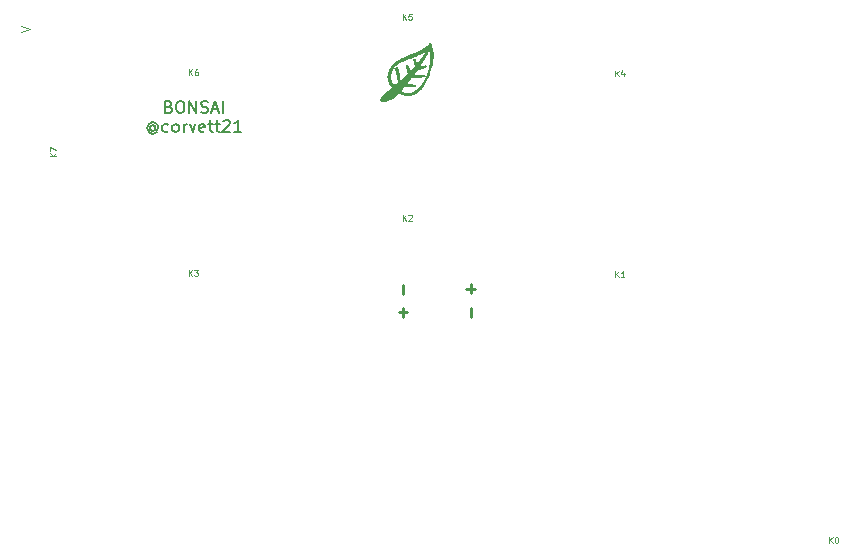
<source format=gbr>
%TF.GenerationSoftware,KiCad,Pcbnew,8.0.2*%
%TF.CreationDate,2024-07-05T21:54:23-05:00*%
%TF.ProjectId,bonsai,626f6e73-6169-42e6-9b69-6361645f7063,v1*%
%TF.SameCoordinates,Original*%
%TF.FileFunction,Legend,Top*%
%TF.FilePolarity,Positive*%
%FSLAX46Y46*%
G04 Gerber Fmt 4.6, Leading zero omitted, Abs format (unit mm)*
G04 Created by KiCad (PCBNEW 8.0.2) date 2024-07-05 21:54:23*
%MOMM*%
%LPD*%
G01*
G04 APERTURE LIST*
%ADD10C,0.250000*%
%ADD11C,0.100000*%
%ADD12C,0.125000*%
%ADD13C,0.150000*%
%ADD14C,0.000000*%
G04 APERTURE END LIST*
D10*
X64447431Y-51008666D02*
X63685527Y-51008666D01*
X64066479Y-51389619D02*
X64066479Y-50627714D01*
X64083666Y-52602568D02*
X64083666Y-53364473D01*
D11*
X25978884Y-28730752D02*
X26740789Y-29016466D01*
X26740789Y-29016466D02*
X25978884Y-29302180D01*
D12*
X40201283Y-49932309D02*
X40201283Y-49432309D01*
X40486997Y-49932309D02*
X40272712Y-49646595D01*
X40486997Y-49432309D02*
X40201283Y-49718023D01*
X40653664Y-49432309D02*
X40963188Y-49432309D01*
X40963188Y-49432309D02*
X40796521Y-49622785D01*
X40796521Y-49622785D02*
X40867950Y-49622785D01*
X40867950Y-49622785D02*
X40915569Y-49646595D01*
X40915569Y-49646595D02*
X40939378Y-49670404D01*
X40939378Y-49670404D02*
X40963188Y-49718023D01*
X40963188Y-49718023D02*
X40963188Y-49837071D01*
X40963188Y-49837071D02*
X40939378Y-49884690D01*
X40939378Y-49884690D02*
X40915569Y-49908500D01*
X40915569Y-49908500D02*
X40867950Y-49932309D01*
X40867950Y-49932309D02*
X40725093Y-49932309D01*
X40725093Y-49932309D02*
X40677474Y-49908500D01*
X40677474Y-49908500D02*
X40653664Y-49884690D01*
D10*
X58697431Y-52983666D02*
X57935527Y-52983666D01*
X58316479Y-53364619D02*
X58316479Y-52602714D01*
X58333666Y-50652568D02*
X58333666Y-51414473D01*
D12*
X94401283Y-72532309D02*
X94401283Y-72032309D01*
X94686997Y-72532309D02*
X94472712Y-72246595D01*
X94686997Y-72032309D02*
X94401283Y-72318023D01*
X94996521Y-72032309D02*
X95044140Y-72032309D01*
X95044140Y-72032309D02*
X95091759Y-72056119D01*
X95091759Y-72056119D02*
X95115569Y-72079928D01*
X95115569Y-72079928D02*
X95139378Y-72127547D01*
X95139378Y-72127547D02*
X95163188Y-72222785D01*
X95163188Y-72222785D02*
X95163188Y-72341833D01*
X95163188Y-72341833D02*
X95139378Y-72437071D01*
X95139378Y-72437071D02*
X95115569Y-72484690D01*
X95115569Y-72484690D02*
X95091759Y-72508500D01*
X95091759Y-72508500D02*
X95044140Y-72532309D01*
X95044140Y-72532309D02*
X94996521Y-72532309D01*
X94996521Y-72532309D02*
X94948902Y-72508500D01*
X94948902Y-72508500D02*
X94925093Y-72484690D01*
X94925093Y-72484690D02*
X94901283Y-72437071D01*
X94901283Y-72437071D02*
X94877474Y-72341833D01*
X94877474Y-72341833D02*
X94877474Y-72222785D01*
X94877474Y-72222785D02*
X94901283Y-72127547D01*
X94901283Y-72127547D02*
X94925093Y-72079928D01*
X94925093Y-72079928D02*
X94948902Y-72056119D01*
X94948902Y-72056119D02*
X94996521Y-72032309D01*
X76301283Y-50032309D02*
X76301283Y-49532309D01*
X76586997Y-50032309D02*
X76372712Y-49746595D01*
X76586997Y-49532309D02*
X76301283Y-49818023D01*
X77063188Y-50032309D02*
X76777474Y-50032309D01*
X76920331Y-50032309D02*
X76920331Y-49532309D01*
X76920331Y-49532309D02*
X76872712Y-49603738D01*
X76872712Y-49603738D02*
X76825093Y-49651357D01*
X76825093Y-49651357D02*
X76777474Y-49675166D01*
D13*
X38505952Y-35586065D02*
X38648809Y-35633684D01*
X38648809Y-35633684D02*
X38696428Y-35681303D01*
X38696428Y-35681303D02*
X38744047Y-35776541D01*
X38744047Y-35776541D02*
X38744047Y-35919398D01*
X38744047Y-35919398D02*
X38696428Y-36014636D01*
X38696428Y-36014636D02*
X38648809Y-36062256D01*
X38648809Y-36062256D02*
X38553571Y-36109875D01*
X38553571Y-36109875D02*
X38172619Y-36109875D01*
X38172619Y-36109875D02*
X38172619Y-35109875D01*
X38172619Y-35109875D02*
X38505952Y-35109875D01*
X38505952Y-35109875D02*
X38601190Y-35157494D01*
X38601190Y-35157494D02*
X38648809Y-35205113D01*
X38648809Y-35205113D02*
X38696428Y-35300351D01*
X38696428Y-35300351D02*
X38696428Y-35395589D01*
X38696428Y-35395589D02*
X38648809Y-35490827D01*
X38648809Y-35490827D02*
X38601190Y-35538446D01*
X38601190Y-35538446D02*
X38505952Y-35586065D01*
X38505952Y-35586065D02*
X38172619Y-35586065D01*
X39363095Y-35109875D02*
X39553571Y-35109875D01*
X39553571Y-35109875D02*
X39648809Y-35157494D01*
X39648809Y-35157494D02*
X39744047Y-35252732D01*
X39744047Y-35252732D02*
X39791666Y-35443208D01*
X39791666Y-35443208D02*
X39791666Y-35776541D01*
X39791666Y-35776541D02*
X39744047Y-35967017D01*
X39744047Y-35967017D02*
X39648809Y-36062256D01*
X39648809Y-36062256D02*
X39553571Y-36109875D01*
X39553571Y-36109875D02*
X39363095Y-36109875D01*
X39363095Y-36109875D02*
X39267857Y-36062256D01*
X39267857Y-36062256D02*
X39172619Y-35967017D01*
X39172619Y-35967017D02*
X39125000Y-35776541D01*
X39125000Y-35776541D02*
X39125000Y-35443208D01*
X39125000Y-35443208D02*
X39172619Y-35252732D01*
X39172619Y-35252732D02*
X39267857Y-35157494D01*
X39267857Y-35157494D02*
X39363095Y-35109875D01*
X40220238Y-36109875D02*
X40220238Y-35109875D01*
X40220238Y-35109875D02*
X40791666Y-36109875D01*
X40791666Y-36109875D02*
X40791666Y-35109875D01*
X41220238Y-36062256D02*
X41363095Y-36109875D01*
X41363095Y-36109875D02*
X41601190Y-36109875D01*
X41601190Y-36109875D02*
X41696428Y-36062256D01*
X41696428Y-36062256D02*
X41744047Y-36014636D01*
X41744047Y-36014636D02*
X41791666Y-35919398D01*
X41791666Y-35919398D02*
X41791666Y-35824160D01*
X41791666Y-35824160D02*
X41744047Y-35728922D01*
X41744047Y-35728922D02*
X41696428Y-35681303D01*
X41696428Y-35681303D02*
X41601190Y-35633684D01*
X41601190Y-35633684D02*
X41410714Y-35586065D01*
X41410714Y-35586065D02*
X41315476Y-35538446D01*
X41315476Y-35538446D02*
X41267857Y-35490827D01*
X41267857Y-35490827D02*
X41220238Y-35395589D01*
X41220238Y-35395589D02*
X41220238Y-35300351D01*
X41220238Y-35300351D02*
X41267857Y-35205113D01*
X41267857Y-35205113D02*
X41315476Y-35157494D01*
X41315476Y-35157494D02*
X41410714Y-35109875D01*
X41410714Y-35109875D02*
X41648809Y-35109875D01*
X41648809Y-35109875D02*
X41791666Y-35157494D01*
X42172619Y-35824160D02*
X42648809Y-35824160D01*
X42077381Y-36109875D02*
X42410714Y-35109875D01*
X42410714Y-35109875D02*
X42744047Y-36109875D01*
X43077381Y-36109875D02*
X43077381Y-35109875D01*
X37315475Y-37243628D02*
X37267856Y-37196009D01*
X37267856Y-37196009D02*
X37172618Y-37148390D01*
X37172618Y-37148390D02*
X37077380Y-37148390D01*
X37077380Y-37148390D02*
X36982142Y-37196009D01*
X36982142Y-37196009D02*
X36934523Y-37243628D01*
X36934523Y-37243628D02*
X36886904Y-37338866D01*
X36886904Y-37338866D02*
X36886904Y-37434104D01*
X36886904Y-37434104D02*
X36934523Y-37529342D01*
X36934523Y-37529342D02*
X36982142Y-37576961D01*
X36982142Y-37576961D02*
X37077380Y-37624580D01*
X37077380Y-37624580D02*
X37172618Y-37624580D01*
X37172618Y-37624580D02*
X37267856Y-37576961D01*
X37267856Y-37576961D02*
X37315475Y-37529342D01*
X37315475Y-37148390D02*
X37315475Y-37529342D01*
X37315475Y-37529342D02*
X37363094Y-37576961D01*
X37363094Y-37576961D02*
X37410713Y-37576961D01*
X37410713Y-37576961D02*
X37505952Y-37529342D01*
X37505952Y-37529342D02*
X37553571Y-37434104D01*
X37553571Y-37434104D02*
X37553571Y-37196009D01*
X37553571Y-37196009D02*
X37458333Y-37053152D01*
X37458333Y-37053152D02*
X37315475Y-36957914D01*
X37315475Y-36957914D02*
X37124999Y-36910295D01*
X37124999Y-36910295D02*
X36934523Y-36957914D01*
X36934523Y-36957914D02*
X36791666Y-37053152D01*
X36791666Y-37053152D02*
X36696428Y-37196009D01*
X36696428Y-37196009D02*
X36648809Y-37386485D01*
X36648809Y-37386485D02*
X36696428Y-37576961D01*
X36696428Y-37576961D02*
X36791666Y-37719819D01*
X36791666Y-37719819D02*
X36934523Y-37815057D01*
X36934523Y-37815057D02*
X37124999Y-37862676D01*
X37124999Y-37862676D02*
X37315475Y-37815057D01*
X37315475Y-37815057D02*
X37458333Y-37719819D01*
X38410713Y-37672200D02*
X38315475Y-37719819D01*
X38315475Y-37719819D02*
X38124999Y-37719819D01*
X38124999Y-37719819D02*
X38029761Y-37672200D01*
X38029761Y-37672200D02*
X37982142Y-37624580D01*
X37982142Y-37624580D02*
X37934523Y-37529342D01*
X37934523Y-37529342D02*
X37934523Y-37243628D01*
X37934523Y-37243628D02*
X37982142Y-37148390D01*
X37982142Y-37148390D02*
X38029761Y-37100771D01*
X38029761Y-37100771D02*
X38124999Y-37053152D01*
X38124999Y-37053152D02*
X38315475Y-37053152D01*
X38315475Y-37053152D02*
X38410713Y-37100771D01*
X38982142Y-37719819D02*
X38886904Y-37672200D01*
X38886904Y-37672200D02*
X38839285Y-37624580D01*
X38839285Y-37624580D02*
X38791666Y-37529342D01*
X38791666Y-37529342D02*
X38791666Y-37243628D01*
X38791666Y-37243628D02*
X38839285Y-37148390D01*
X38839285Y-37148390D02*
X38886904Y-37100771D01*
X38886904Y-37100771D02*
X38982142Y-37053152D01*
X38982142Y-37053152D02*
X39124999Y-37053152D01*
X39124999Y-37053152D02*
X39220237Y-37100771D01*
X39220237Y-37100771D02*
X39267856Y-37148390D01*
X39267856Y-37148390D02*
X39315475Y-37243628D01*
X39315475Y-37243628D02*
X39315475Y-37529342D01*
X39315475Y-37529342D02*
X39267856Y-37624580D01*
X39267856Y-37624580D02*
X39220237Y-37672200D01*
X39220237Y-37672200D02*
X39124999Y-37719819D01*
X39124999Y-37719819D02*
X38982142Y-37719819D01*
X39744047Y-37719819D02*
X39744047Y-37053152D01*
X39744047Y-37243628D02*
X39791666Y-37148390D01*
X39791666Y-37148390D02*
X39839285Y-37100771D01*
X39839285Y-37100771D02*
X39934523Y-37053152D01*
X39934523Y-37053152D02*
X40029761Y-37053152D01*
X40267857Y-37053152D02*
X40505952Y-37719819D01*
X40505952Y-37719819D02*
X40744047Y-37053152D01*
X41505952Y-37672200D02*
X41410714Y-37719819D01*
X41410714Y-37719819D02*
X41220238Y-37719819D01*
X41220238Y-37719819D02*
X41125000Y-37672200D01*
X41125000Y-37672200D02*
X41077381Y-37576961D01*
X41077381Y-37576961D02*
X41077381Y-37196009D01*
X41077381Y-37196009D02*
X41125000Y-37100771D01*
X41125000Y-37100771D02*
X41220238Y-37053152D01*
X41220238Y-37053152D02*
X41410714Y-37053152D01*
X41410714Y-37053152D02*
X41505952Y-37100771D01*
X41505952Y-37100771D02*
X41553571Y-37196009D01*
X41553571Y-37196009D02*
X41553571Y-37291247D01*
X41553571Y-37291247D02*
X41077381Y-37386485D01*
X41839286Y-37053152D02*
X42220238Y-37053152D01*
X41982143Y-36719819D02*
X41982143Y-37576961D01*
X41982143Y-37576961D02*
X42029762Y-37672200D01*
X42029762Y-37672200D02*
X42125000Y-37719819D01*
X42125000Y-37719819D02*
X42220238Y-37719819D01*
X42410715Y-37053152D02*
X42791667Y-37053152D01*
X42553572Y-36719819D02*
X42553572Y-37576961D01*
X42553572Y-37576961D02*
X42601191Y-37672200D01*
X42601191Y-37672200D02*
X42696429Y-37719819D01*
X42696429Y-37719819D02*
X42791667Y-37719819D01*
X43077382Y-36815057D02*
X43125001Y-36767438D01*
X43125001Y-36767438D02*
X43220239Y-36719819D01*
X43220239Y-36719819D02*
X43458334Y-36719819D01*
X43458334Y-36719819D02*
X43553572Y-36767438D01*
X43553572Y-36767438D02*
X43601191Y-36815057D01*
X43601191Y-36815057D02*
X43648810Y-36910295D01*
X43648810Y-36910295D02*
X43648810Y-37005533D01*
X43648810Y-37005533D02*
X43601191Y-37148390D01*
X43601191Y-37148390D02*
X43029763Y-37719819D01*
X43029763Y-37719819D02*
X43648810Y-37719819D01*
X44601191Y-37719819D02*
X44029763Y-37719819D01*
X44315477Y-37719819D02*
X44315477Y-36719819D01*
X44315477Y-36719819D02*
X44220239Y-36862676D01*
X44220239Y-36862676D02*
X44125001Y-36957914D01*
X44125001Y-36957914D02*
X44029763Y-37005533D01*
D12*
X58301283Y-28232309D02*
X58301283Y-27732309D01*
X58586997Y-28232309D02*
X58372712Y-27946595D01*
X58586997Y-27732309D02*
X58301283Y-28018023D01*
X59039378Y-27732309D02*
X58801283Y-27732309D01*
X58801283Y-27732309D02*
X58777474Y-27970404D01*
X58777474Y-27970404D02*
X58801283Y-27946595D01*
X58801283Y-27946595D02*
X58848902Y-27922785D01*
X58848902Y-27922785D02*
X58967950Y-27922785D01*
X58967950Y-27922785D02*
X59015569Y-27946595D01*
X59015569Y-27946595D02*
X59039378Y-27970404D01*
X59039378Y-27970404D02*
X59063188Y-28018023D01*
X59063188Y-28018023D02*
X59063188Y-28137071D01*
X59063188Y-28137071D02*
X59039378Y-28184690D01*
X59039378Y-28184690D02*
X59015569Y-28208500D01*
X59015569Y-28208500D02*
X58967950Y-28232309D01*
X58967950Y-28232309D02*
X58848902Y-28232309D01*
X58848902Y-28232309D02*
X58801283Y-28208500D01*
X58801283Y-28208500D02*
X58777474Y-28184690D01*
X58301283Y-45232309D02*
X58301283Y-44732309D01*
X58586997Y-45232309D02*
X58372712Y-44946595D01*
X58586997Y-44732309D02*
X58301283Y-45018023D01*
X58777474Y-44779928D02*
X58801283Y-44756119D01*
X58801283Y-44756119D02*
X58848902Y-44732309D01*
X58848902Y-44732309D02*
X58967950Y-44732309D01*
X58967950Y-44732309D02*
X59015569Y-44756119D01*
X59015569Y-44756119D02*
X59039378Y-44779928D01*
X59039378Y-44779928D02*
X59063188Y-44827547D01*
X59063188Y-44827547D02*
X59063188Y-44875166D01*
X59063188Y-44875166D02*
X59039378Y-44946595D01*
X59039378Y-44946595D02*
X58753664Y-45232309D01*
X58753664Y-45232309D02*
X59063188Y-45232309D01*
X40201283Y-32932309D02*
X40201283Y-32432309D01*
X40486997Y-32932309D02*
X40272712Y-32646595D01*
X40486997Y-32432309D02*
X40201283Y-32718023D01*
X40915569Y-32432309D02*
X40820331Y-32432309D01*
X40820331Y-32432309D02*
X40772712Y-32456119D01*
X40772712Y-32456119D02*
X40748902Y-32479928D01*
X40748902Y-32479928D02*
X40701283Y-32551357D01*
X40701283Y-32551357D02*
X40677474Y-32646595D01*
X40677474Y-32646595D02*
X40677474Y-32837071D01*
X40677474Y-32837071D02*
X40701283Y-32884690D01*
X40701283Y-32884690D02*
X40725093Y-32908500D01*
X40725093Y-32908500D02*
X40772712Y-32932309D01*
X40772712Y-32932309D02*
X40867950Y-32932309D01*
X40867950Y-32932309D02*
X40915569Y-32908500D01*
X40915569Y-32908500D02*
X40939378Y-32884690D01*
X40939378Y-32884690D02*
X40963188Y-32837071D01*
X40963188Y-32837071D02*
X40963188Y-32718023D01*
X40963188Y-32718023D02*
X40939378Y-32670404D01*
X40939378Y-32670404D02*
X40915569Y-32646595D01*
X40915569Y-32646595D02*
X40867950Y-32622785D01*
X40867950Y-32622785D02*
X40772712Y-32622785D01*
X40772712Y-32622785D02*
X40725093Y-32646595D01*
X40725093Y-32646595D02*
X40701283Y-32670404D01*
X40701283Y-32670404D02*
X40677474Y-32718023D01*
X28932309Y-39798716D02*
X28432309Y-39798716D01*
X28932309Y-39513002D02*
X28646595Y-39727287D01*
X28432309Y-39513002D02*
X28718023Y-39798716D01*
X28432309Y-39346335D02*
X28432309Y-39013002D01*
X28432309Y-39013002D02*
X28932309Y-39227287D01*
X76301283Y-33032309D02*
X76301283Y-32532309D01*
X76586997Y-33032309D02*
X76372712Y-32746595D01*
X76586997Y-32532309D02*
X76301283Y-32818023D01*
X77015569Y-32698976D02*
X77015569Y-33032309D01*
X76896521Y-32508500D02*
X76777474Y-32865642D01*
X76777474Y-32865642D02*
X77086997Y-32865642D01*
D14*
%TO.C,G\u002A\u002A\u002A*%
G36*
X60632782Y-30182952D02*
G01*
X60645586Y-30192248D01*
X60664923Y-30204992D01*
X60686482Y-30213679D01*
X60690505Y-30214588D01*
X60719116Y-30225049D01*
X60738710Y-30243369D01*
X60748585Y-30268067D01*
X60748034Y-30297662D01*
X60740978Y-30320716D01*
X60736630Y-30332280D01*
X60735220Y-30342224D01*
X60737314Y-30353861D01*
X60743474Y-30370500D01*
X60753340Y-30393353D01*
X60796654Y-30504306D01*
X60833355Y-30624578D01*
X60863129Y-30752690D01*
X60885666Y-30887161D01*
X60900652Y-31026513D01*
X60906164Y-31118223D01*
X60908196Y-31295194D01*
X60899893Y-31478352D01*
X60881397Y-31667060D01*
X60852849Y-31860683D01*
X60814393Y-32058585D01*
X60766169Y-32260129D01*
X60708321Y-32464680D01*
X60640990Y-32671601D01*
X60564318Y-32880257D01*
X60478447Y-33090010D01*
X60452504Y-33149462D01*
X60369880Y-33327135D01*
X60283536Y-33495130D01*
X60193690Y-33653157D01*
X60100562Y-33800928D01*
X60004370Y-33938155D01*
X59905332Y-34064549D01*
X59803666Y-34179821D01*
X59699592Y-34283684D01*
X59593328Y-34375848D01*
X59485092Y-34456026D01*
X59440819Y-34484975D01*
X59329189Y-34548130D01*
X59214336Y-34599272D01*
X59096517Y-34638396D01*
X58975989Y-34665500D01*
X58853007Y-34680578D01*
X58727827Y-34683628D01*
X58600707Y-34674644D01*
X58471903Y-34653624D01*
X58341670Y-34620563D01*
X58210266Y-34575457D01*
X58077946Y-34518303D01*
X58052978Y-34506207D01*
X57977959Y-34469240D01*
X57868207Y-34577055D01*
X57832631Y-34611551D01*
X57795098Y-34647162D01*
X57758075Y-34681600D01*
X57724033Y-34712574D01*
X57695441Y-34737798D01*
X57686912Y-34745068D01*
X57566594Y-34840420D01*
X57446711Y-34923525D01*
X57326810Y-34994608D01*
X57206443Y-35053894D01*
X57085160Y-35101608D01*
X56962509Y-35137974D01*
X56855808Y-35160309D01*
X56829287Y-35163768D01*
X56794233Y-35166809D01*
X56753133Y-35169365D01*
X56708472Y-35171369D01*
X56662738Y-35172752D01*
X56618416Y-35173448D01*
X56577993Y-35173390D01*
X56543955Y-35172510D01*
X56518788Y-35170740D01*
X56511089Y-35169648D01*
X56468328Y-35157459D01*
X56435494Y-35138029D01*
X56412139Y-35110802D01*
X56397816Y-35075225D01*
X56392080Y-35030743D01*
X56391924Y-35021753D01*
X56395286Y-34976046D01*
X56405903Y-34929577D01*
X56424205Y-34881739D01*
X56450620Y-34831922D01*
X56485580Y-34779521D01*
X56529515Y-34723928D01*
X56582853Y-34664535D01*
X56646026Y-34600735D01*
X56719462Y-34531920D01*
X56771413Y-34485523D01*
X56808617Y-34452740D01*
X56849581Y-34416504D01*
X56890864Y-34379868D01*
X56922829Y-34351403D01*
X57299668Y-34351403D01*
X57299912Y-34353917D01*
X57301449Y-34354769D01*
X57305480Y-34353115D01*
X57313209Y-34348109D01*
X57325838Y-34338907D01*
X57344571Y-34324662D01*
X57370610Y-34304531D01*
X57405158Y-34277667D01*
X57410166Y-34273769D01*
X57428541Y-34259334D01*
X58171008Y-34259334D01*
X58175092Y-34268647D01*
X58186519Y-34277332D01*
X58205261Y-34287267D01*
X58226911Y-34298091D01*
X58317619Y-34339742D01*
X58412869Y-34375273D01*
X58508463Y-34403256D01*
X58584359Y-34419606D01*
X58632286Y-34425925D01*
X58687641Y-34429732D01*
X58746086Y-34430983D01*
X58803284Y-34429637D01*
X58854897Y-34425651D01*
X58878367Y-34422476D01*
X58971382Y-34401964D01*
X59068312Y-34370081D01*
X59168520Y-34327102D01*
X59271372Y-34273302D01*
X59376232Y-34208955D01*
X59384556Y-34203449D01*
X59501883Y-34118169D01*
X59614802Y-34021462D01*
X59723099Y-33913676D01*
X59826562Y-33795161D01*
X59924979Y-33666268D01*
X60018136Y-33527347D01*
X60105821Y-33378746D01*
X60187821Y-33220816D01*
X60263923Y-33053907D01*
X60333915Y-32878369D01*
X60397584Y-32694551D01*
X60454716Y-32502803D01*
X60482209Y-32398340D01*
X60527269Y-32201633D01*
X60564814Y-32000497D01*
X60594602Y-31797156D01*
X60616393Y-31593834D01*
X60629943Y-31392753D01*
X60635011Y-31196139D01*
X60631978Y-31021196D01*
X60629498Y-30964355D01*
X60626685Y-30909924D01*
X60623641Y-30859194D01*
X60620469Y-30813451D01*
X60617273Y-30773985D01*
X60614154Y-30742084D01*
X60611216Y-30719035D01*
X60608562Y-30706128D01*
X60606656Y-30704031D01*
X60602568Y-30711582D01*
X60594976Y-30727917D01*
X60585145Y-30750265D01*
X60578803Y-30765155D01*
X60527389Y-30881210D01*
X60468941Y-31002345D01*
X60405342Y-31124877D01*
X60338478Y-31245125D01*
X60297188Y-31315290D01*
X60261698Y-31374293D01*
X60231536Y-31424514D01*
X60205561Y-31467870D01*
X60182630Y-31506276D01*
X60161600Y-31541649D01*
X60141330Y-31575904D01*
X60120678Y-31610959D01*
X60103404Y-31640370D01*
X60025857Y-31770353D01*
X59946591Y-31898706D01*
X59862588Y-32030299D01*
X59842435Y-32061298D01*
X59818962Y-32097553D01*
X59798107Y-32130276D01*
X59780746Y-32158048D01*
X59767759Y-32179446D01*
X59760025Y-32193052D01*
X59758243Y-32197436D01*
X59764817Y-32196617D01*
X59781474Y-32192684D01*
X59806324Y-32186135D01*
X59837482Y-32177470D01*
X59873059Y-32167187D01*
X59875990Y-32166324D01*
X59943958Y-32146808D01*
X60002113Y-32131329D01*
X60052327Y-32119485D01*
X60096474Y-32110871D01*
X60136428Y-32105085D01*
X60174063Y-32101723D01*
X60176801Y-32101560D01*
X60217718Y-32100565D01*
X60248965Y-32103541D01*
X60272988Y-32111379D01*
X60292234Y-32124973D01*
X60309152Y-32145212D01*
X60313205Y-32151263D01*
X60329136Y-32182602D01*
X60333369Y-32209540D01*
X60325853Y-32232221D01*
X60306539Y-32250786D01*
X60275376Y-32265380D01*
X60272939Y-32266194D01*
X60250130Y-32274707D01*
X60222768Y-32286381D01*
X60200381Y-32296932D01*
X60180530Y-32305924D01*
X60151114Y-32318054D01*
X60114420Y-32332477D01*
X60072735Y-32348346D01*
X60028347Y-32364816D01*
X59983541Y-32381040D01*
X59940605Y-32396173D01*
X59901826Y-32409368D01*
X59869489Y-32419779D01*
X59862871Y-32421791D01*
X59808954Y-32435977D01*
X59758546Y-32444615D01*
X59707627Y-32448018D01*
X59652179Y-32446499D01*
X59602614Y-32442033D01*
X59597529Y-32443323D01*
X59590324Y-32448765D01*
X59580238Y-32459301D01*
X59566510Y-32475870D01*
X59548382Y-32499411D01*
X59525093Y-32530865D01*
X59495883Y-32571172D01*
X59477447Y-32596856D01*
X59446355Y-32640139D01*
X59414666Y-32684007D01*
X59383919Y-32726348D01*
X59355653Y-32765048D01*
X59331408Y-32797995D01*
X59312721Y-32823075D01*
X59311243Y-32825037D01*
X59256955Y-32896929D01*
X59283246Y-32901557D01*
X59304388Y-32904080D01*
X59335717Y-32906251D01*
X59374925Y-32908045D01*
X59419698Y-32909435D01*
X59467728Y-32910394D01*
X59516703Y-32910896D01*
X59564312Y-32910913D01*
X59608245Y-32910420D01*
X59646190Y-32909389D01*
X59675838Y-32907794D01*
X59690881Y-32906262D01*
X59711611Y-32904151D01*
X59741564Y-32902237D01*
X59779004Y-32900538D01*
X59822200Y-32899075D01*
X59869416Y-32897867D01*
X59918920Y-32896934D01*
X59968977Y-32896294D01*
X60017854Y-32895967D01*
X60063817Y-32895972D01*
X60105133Y-32896330D01*
X60140067Y-32897059D01*
X60166887Y-32898179D01*
X60183858Y-32899710D01*
X60188250Y-32900687D01*
X60205869Y-32913568D01*
X60218570Y-32934483D01*
X60225152Y-32959527D01*
X60224413Y-32984797D01*
X60218951Y-33000426D01*
X60204722Y-33015190D01*
X60180522Y-33027132D01*
X60153716Y-33034163D01*
X60134007Y-33040716D01*
X60117667Y-33051002D01*
X60115738Y-33052894D01*
X60094890Y-33068231D01*
X60061648Y-33082667D01*
X60016090Y-33096183D01*
X59958294Y-33108759D01*
X59888338Y-33120377D01*
X59806301Y-33131016D01*
X59797157Y-33132056D01*
X59753316Y-33137384D01*
X59701718Y-33144291D01*
X59646908Y-33152129D01*
X59593432Y-33160252D01*
X59553347Y-33166742D01*
X59461313Y-33180419D01*
X59377105Y-33189319D01*
X59301533Y-33193408D01*
X59235409Y-33192656D01*
X59179543Y-33187033D01*
X59154657Y-33182134D01*
X59127407Y-33175026D01*
X59102608Y-33167507D01*
X59084432Y-33160874D01*
X59080483Y-33159042D01*
X59066414Y-33153718D01*
X59057212Y-33153742D01*
X59056560Y-33154273D01*
X59051489Y-33160475D01*
X59039790Y-33175006D01*
X59022624Y-33196416D01*
X59001155Y-33223254D01*
X58976543Y-33254071D01*
X58962223Y-33272022D01*
X58928890Y-33313617D01*
X58890989Y-33360577D01*
X58851650Y-33409044D01*
X58814005Y-33455160D01*
X58783125Y-33492717D01*
X58757333Y-33524155D01*
X58734457Y-33552460D01*
X58715634Y-33576189D01*
X58702000Y-33593903D01*
X58694690Y-33604161D01*
X58693761Y-33606026D01*
X58693638Y-33607573D01*
X58694120Y-33608917D01*
X58696478Y-33610353D01*
X58701983Y-33612176D01*
X58711909Y-33614683D01*
X58727527Y-33618169D01*
X58750110Y-33622931D01*
X58780930Y-33629263D01*
X58821258Y-33637463D01*
X58872368Y-33647825D01*
X58881307Y-33649637D01*
X58975518Y-33669032D01*
X59061983Y-33687416D01*
X59140103Y-33704645D01*
X59209279Y-33720575D01*
X59268910Y-33735063D01*
X59318397Y-33747964D01*
X59357140Y-33759133D01*
X59384540Y-33768428D01*
X59395772Y-33773288D01*
X59413507Y-33787267D01*
X59428292Y-33807508D01*
X59436784Y-33828938D01*
X59437670Y-33836841D01*
X59432734Y-33860655D01*
X59419934Y-33884946D01*
X59402387Y-33904211D01*
X59397559Y-33907639D01*
X59379813Y-33915593D01*
X59358282Y-33917895D01*
X59345483Y-33917327D01*
X59326201Y-33916457D01*
X59316333Y-33918087D01*
X59312901Y-33923034D01*
X59312663Y-33926356D01*
X59307269Y-33943161D01*
X59293272Y-33955239D01*
X59273951Y-33961759D01*
X59252582Y-33961889D01*
X59232445Y-33954799D01*
X59224354Y-33948751D01*
X59211479Y-33939698D01*
X59195856Y-33936313D01*
X59179363Y-33936603D01*
X59160293Y-33936476D01*
X59133166Y-33934578D01*
X59102249Y-33931264D01*
X59083073Y-33928655D01*
X59056841Y-33925460D01*
X59021038Y-33922105D01*
X58978593Y-33918810D01*
X58932432Y-33915795D01*
X58885483Y-33913282D01*
X58869276Y-33912556D01*
X58817830Y-33910175D01*
X58761552Y-33907223D01*
X58704661Y-33903944D01*
X58651377Y-33900582D01*
X58605920Y-33897382D01*
X58601718Y-33897061D01*
X58563818Y-33894174D01*
X58529890Y-33891654D01*
X58502024Y-33889652D01*
X58482314Y-33888317D01*
X58472851Y-33887800D01*
X58472655Y-33887798D01*
X58466276Y-33892483D01*
X58453456Y-33905583D01*
X58435463Y-33925671D01*
X58413562Y-33951316D01*
X58389022Y-33981092D01*
X58379814Y-33992511D01*
X58349211Y-34030531D01*
X58315841Y-34071733D01*
X58282416Y-34112787D01*
X58251647Y-34150361D01*
X58228646Y-34178232D01*
X58203087Y-34208841D01*
X58184978Y-34231309D01*
X58174295Y-34247514D01*
X58171008Y-34259334D01*
X57428541Y-34259334D01*
X57457560Y-34236537D01*
X57494838Y-34206484D01*
X57522074Y-34183547D01*
X57539341Y-34167662D01*
X57546715Y-34158763D01*
X57545621Y-34156631D01*
X57538214Y-34160388D01*
X57523386Y-34170629D01*
X57503286Y-34185792D01*
X57480062Y-34204315D01*
X57479980Y-34204382D01*
X57449033Y-34229340D01*
X57413455Y-34257493D01*
X57378655Y-34284581D01*
X57360620Y-34298383D01*
X57337173Y-34316694D01*
X57317906Y-34332739D01*
X57304760Y-34344832D01*
X57299676Y-34351285D01*
X57299668Y-34351403D01*
X56922829Y-34351403D01*
X56929027Y-34345884D01*
X56955833Y-34321908D01*
X56982059Y-34298587D01*
X57015810Y-34268887D01*
X57055096Y-34234542D01*
X57097928Y-34197285D01*
X57142316Y-34158848D01*
X57186270Y-34120966D01*
X57202769Y-34106799D01*
X57240975Y-34073877D01*
X57275915Y-34043471D01*
X57306509Y-34016547D01*
X57331676Y-33994066D01*
X57350335Y-33976994D01*
X57361407Y-33966292D01*
X57364077Y-33962972D01*
X57360049Y-33956542D01*
X57349961Y-33942224D01*
X57335304Y-33922093D01*
X57317572Y-33898225D01*
X57316358Y-33896606D01*
X57236993Y-33782161D01*
X57168953Y-33665654D01*
X57112345Y-33547560D01*
X57067273Y-33428356D01*
X57033845Y-33308515D01*
X57012165Y-33188514D01*
X57002341Y-33068827D01*
X57002593Y-33054810D01*
X57301916Y-33054810D01*
X57310710Y-33170057D01*
X57331376Y-33284634D01*
X57363922Y-33397862D01*
X57408356Y-33509059D01*
X57464688Y-33617543D01*
X57482265Y-33646808D01*
X57496993Y-33670015D01*
X57513874Y-33695685D01*
X57531454Y-33721717D01*
X57548275Y-33746015D01*
X57562883Y-33766480D01*
X57573820Y-33781013D01*
X57579631Y-33787516D01*
X57579997Y-33787671D01*
X57585119Y-33783837D01*
X57598756Y-33772879D01*
X57619823Y-33755687D01*
X57647239Y-33733152D01*
X57679921Y-33706164D01*
X57716786Y-33675612D01*
X57756603Y-33642510D01*
X57796570Y-33609016D01*
X57833315Y-33577804D01*
X57865763Y-33549819D01*
X57892838Y-33526008D01*
X57913465Y-33507315D01*
X57926568Y-33494686D01*
X57931073Y-33489098D01*
X57928387Y-33478904D01*
X57921614Y-33462731D01*
X57917969Y-33455263D01*
X57893310Y-33400901D01*
X57868829Y-33335126D01*
X57844858Y-33259030D01*
X57821730Y-33173701D01*
X57799776Y-33080232D01*
X57790635Y-33037107D01*
X57779820Y-32985239D01*
X57767344Y-32926709D01*
X57754252Y-32866336D01*
X57741588Y-32808936D01*
X57731127Y-32762521D01*
X57710444Y-32669333D01*
X57693184Y-32585789D01*
X57679400Y-32512235D01*
X57669146Y-32449016D01*
X57662474Y-32396479D01*
X57659438Y-32354970D01*
X57660090Y-32324833D01*
X57662188Y-32312666D01*
X57677061Y-32280022D01*
X57701212Y-32254404D01*
X57732787Y-32237148D01*
X57769930Y-32229586D01*
X57777995Y-32229354D01*
X57808318Y-32232884D01*
X57835626Y-32244244D01*
X57861487Y-32264592D01*
X57887472Y-32295087D01*
X57907936Y-32325236D01*
X57925665Y-32355213D01*
X57941505Y-32386532D01*
X57955722Y-32420333D01*
X57968582Y-32457758D01*
X57980350Y-32499948D01*
X57991293Y-32548042D01*
X58001674Y-32603183D01*
X58011761Y-32666510D01*
X58021819Y-32739164D01*
X58032113Y-32822286D01*
X58040330Y-32893804D01*
X58046420Y-32946229D01*
X58052877Y-32998296D01*
X58059386Y-33047710D01*
X58065633Y-33092180D01*
X58071305Y-33129412D01*
X58076086Y-33157115D01*
X58077174Y-33162620D01*
X58085638Y-33201430D01*
X58094561Y-33238411D01*
X58103370Y-33271526D01*
X58111487Y-33298733D01*
X58118336Y-33317996D01*
X58123343Y-33327274D01*
X58123767Y-33327604D01*
X58129924Y-33324533D01*
X58144532Y-33313707D01*
X58166810Y-33295799D01*
X58195973Y-33271484D01*
X58231241Y-33241435D01*
X58271830Y-33206327D01*
X58316959Y-33166834D01*
X58365844Y-33123630D01*
X58417704Y-33077389D01*
X58471756Y-33028785D01*
X58495523Y-33007286D01*
X58532728Y-32973570D01*
X58568490Y-32941162D01*
X58601325Y-32911406D01*
X58629754Y-32885644D01*
X58652295Y-32865218D01*
X58667467Y-32851470D01*
X58670191Y-32849002D01*
X58702389Y-32819829D01*
X58675593Y-32664581D01*
X58664290Y-32601821D01*
X58653006Y-32545576D01*
X58640773Y-32491689D01*
X58626626Y-32436003D01*
X58609597Y-32374361D01*
X58601818Y-32347298D01*
X58586292Y-32293091D01*
X58574344Y-32249327D01*
X58565799Y-32214521D01*
X58560480Y-32187191D01*
X58558214Y-32165853D01*
X58558825Y-32149023D01*
X58562137Y-32135217D01*
X58567976Y-32122952D01*
X58574193Y-32113469D01*
X58597318Y-32091134D01*
X58627708Y-32076368D01*
X58662172Y-32069882D01*
X58697520Y-32072388D01*
X58722335Y-32080434D01*
X58746907Y-32096065D01*
X58771039Y-32120702D01*
X58794992Y-32154860D01*
X58819025Y-32199049D01*
X58843396Y-32253785D01*
X58868366Y-32319581D01*
X58894194Y-32396949D01*
X58912421Y-32456572D01*
X58922993Y-32491675D01*
X58932640Y-32522621D01*
X58940710Y-32547409D01*
X58946554Y-32564041D01*
X58949416Y-32570428D01*
X58954814Y-32567331D01*
X58967820Y-32555982D01*
X58987537Y-32537294D01*
X59013068Y-32512178D01*
X59043516Y-32481548D01*
X59077983Y-32446317D01*
X59115572Y-32407395D01*
X59155387Y-32365697D01*
X59196530Y-32322134D01*
X59238103Y-32277619D01*
X59251269Y-32263412D01*
X59316820Y-32192533D01*
X59290336Y-32100872D01*
X59270945Y-32029462D01*
X59252327Y-31952742D01*
X59235051Y-31873611D01*
X59219686Y-31794966D01*
X59206801Y-31719704D01*
X59196965Y-31650723D01*
X59191170Y-31596151D01*
X59189392Y-31570045D01*
X59189611Y-31552983D01*
X59192221Y-31541607D01*
X59197618Y-31532562D01*
X59198837Y-31531019D01*
X59207882Y-31522717D01*
X59220078Y-31518074D01*
X59237801Y-31516874D01*
X59263428Y-31518905D01*
X59291131Y-31522697D01*
X59324298Y-31530776D01*
X59351249Y-31545211D01*
X59375003Y-31568109D01*
X59394149Y-31594576D01*
X59409775Y-31621744D01*
X59424940Y-31654600D01*
X59440149Y-31694556D01*
X59455906Y-31743023D01*
X59472719Y-31801411D01*
X59485824Y-31850634D01*
X59495190Y-31885599D01*
X59503836Y-31915719D01*
X59511188Y-31939166D01*
X59516673Y-31954112D01*
X59519703Y-31958742D01*
X59524857Y-31953185D01*
X59536678Y-31939212D01*
X59554044Y-31918189D01*
X59575833Y-31891481D01*
X59600924Y-31860453D01*
X59621211Y-31835196D01*
X59756096Y-31661431D01*
X59880583Y-31489954D01*
X59994201Y-31321434D01*
X60087580Y-31171505D01*
X60107149Y-31138464D01*
X60127873Y-31102977D01*
X60148800Y-31066728D01*
X60168979Y-31031400D01*
X60187457Y-30998678D01*
X60203282Y-30970247D01*
X60215502Y-30947790D01*
X60223166Y-30932992D01*
X60225387Y-30927681D01*
X60220469Y-30930492D01*
X60206880Y-30939086D01*
X60186369Y-30952336D01*
X60160686Y-30969115D01*
X60142555Y-30981046D01*
X60050815Y-31039547D01*
X59956439Y-31095608D01*
X59858386Y-31149698D01*
X59755614Y-31202289D01*
X59647083Y-31253853D01*
X59531752Y-31304861D01*
X59408581Y-31355783D01*
X59276529Y-31407091D01*
X59134555Y-31459257D01*
X58981618Y-31512751D01*
X58928193Y-31530902D01*
X58841002Y-31560413D01*
X58764359Y-31586561D01*
X58696914Y-31609827D01*
X58637316Y-31630691D01*
X58584216Y-31649633D01*
X58536264Y-31667136D01*
X58492111Y-31683679D01*
X58450406Y-31699743D01*
X58415891Y-31713373D01*
X58276357Y-31772284D01*
X58148493Y-31833128D01*
X58031542Y-31896461D01*
X57924748Y-31962840D01*
X57827354Y-32032819D01*
X57738603Y-32106955D01*
X57657738Y-32185804D01*
X57584003Y-32269920D01*
X57516641Y-32359860D01*
X57497980Y-32387429D01*
X57435722Y-32492385D01*
X57385286Y-32600759D01*
X57346678Y-32711870D01*
X57319908Y-32825036D01*
X57304985Y-32939577D01*
X57301916Y-33054810D01*
X57002593Y-33054810D01*
X57004478Y-32949929D01*
X57018682Y-32832296D01*
X57045059Y-32716403D01*
X57049592Y-32700803D01*
X57089289Y-32585527D01*
X57139428Y-32469409D01*
X57198506Y-32355294D01*
X57265018Y-32246030D01*
X57337460Y-32144464D01*
X57355657Y-32121431D01*
X57382773Y-32089704D01*
X57417299Y-32052195D01*
X57457014Y-32011087D01*
X57499697Y-31968569D01*
X57543123Y-31926827D01*
X57585072Y-31888047D01*
X57623321Y-31854416D01*
X57646524Y-31835251D01*
X57744128Y-31761478D01*
X57849060Y-31690010D01*
X57962591Y-31620067D01*
X58085990Y-31550870D01*
X58220526Y-31481639D01*
X58228021Y-31477939D01*
X58277441Y-31453852D01*
X58326836Y-31430340D01*
X58377358Y-31406910D01*
X58430158Y-31383067D01*
X58486389Y-31358316D01*
X58547201Y-31332165D01*
X58613748Y-31304117D01*
X58687180Y-31273679D01*
X58768649Y-31240355D01*
X58859307Y-31203653D01*
X58960306Y-31163077D01*
X58978206Y-31155911D01*
X59104921Y-31104929D01*
X59220755Y-31057708D01*
X59326606Y-31013820D01*
X59423376Y-30972839D01*
X59511962Y-30934337D01*
X59593264Y-30897886D01*
X59668181Y-30863060D01*
X59737614Y-30829432D01*
X59802460Y-30796574D01*
X59863621Y-30764058D01*
X59921994Y-30731459D01*
X59978480Y-30698347D01*
X60033977Y-30664297D01*
X60089386Y-30628881D01*
X60094105Y-30625804D01*
X60169584Y-30575132D01*
X60236639Y-30526996D01*
X60298367Y-30479080D01*
X60357867Y-30429066D01*
X60361873Y-30425564D01*
X60395347Y-30396541D01*
X60421524Y-30374926D01*
X60442286Y-30359639D01*
X60459516Y-30349600D01*
X60475096Y-30343728D01*
X60490909Y-30340943D01*
X60508837Y-30340165D01*
X60510696Y-30340156D01*
X60532502Y-30339575D01*
X60544120Y-30337587D01*
X60547835Y-30333601D01*
X60547444Y-30330673D01*
X60540262Y-30303786D01*
X60534462Y-30275939D01*
X60530695Y-30250960D01*
X60529611Y-30232676D01*
X60530040Y-30228268D01*
X60536620Y-30214048D01*
X60549336Y-30198111D01*
X60554538Y-30193148D01*
X60580195Y-30177477D01*
X60606685Y-30174075D01*
X60632782Y-30182952D01*
G37*
%TD*%
M02*

</source>
